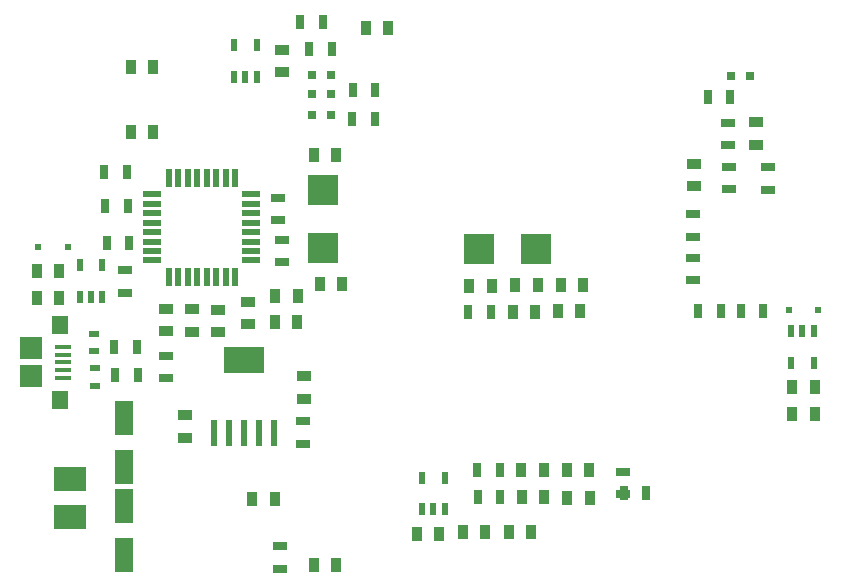
<source format=gtp>
G04*
G04 #@! TF.GenerationSoftware,Altium Limited,Altium Designer,20.2.4 (192)*
G04*
G04 Layer_Color=8421504*
%FSLAX44Y44*%
%MOMM*%
G71*
G04*
G04 #@! TF.SameCoordinates,CA4B6327-8C8C-4F40-9CFE-90DE2028BA09*
G04*
G04*
G04 #@! TF.FilePolarity,Positive*
G04*
G01*
G75*
%ADD15R,3.5000X2.2000*%
%ADD16R,0.6000X2.2000*%
%ADD17R,2.6000X2.5000*%
%ADD18R,2.5000X2.6000*%
%ADD19R,1.6000X3.0000*%
%ADD20R,0.5500X1.0000*%
%ADD21R,2.7000X2.0000*%
%ADD22R,0.8000X0.8000*%
%ADD23R,1.9000X1.9000*%
%ADD24R,1.4000X1.6000*%
%ADD25R,1.3500X0.4000*%
%ADD26R,0.5500X1.5000*%
%ADD27R,1.5000X0.5500*%
%ADD28R,0.5842X0.5588*%
%ADD29R,0.7000X1.3000*%
%ADD30R,1.3000X0.7000*%
%ADD31R,0.9000X0.6000*%
%ADD32R,0.9000X1.3000*%
%ADD33R,1.3000X0.9000*%
D15*
X188500Y189750D02*
D03*
D16*
X163100Y127750D02*
D03*
X175800D02*
D03*
X188500D02*
D03*
X201200D02*
D03*
X213900D02*
D03*
D17*
X255270Y333988D02*
D03*
Y284988D02*
D03*
D18*
X436234Y283718D02*
D03*
X387234D02*
D03*
D19*
X87250Y99750D02*
D03*
Y140750D02*
D03*
X86750Y66000D02*
D03*
Y25000D02*
D03*
D20*
X180250Y429250D02*
D03*
X189750D02*
D03*
X199250D02*
D03*
X180250Y456250D02*
D03*
X199250D02*
D03*
X339496Y63462D02*
D03*
X348996D02*
D03*
X358496D02*
D03*
X339496Y90462D02*
D03*
X358496D02*
D03*
X49750Y243250D02*
D03*
X59250D02*
D03*
X68750D02*
D03*
X49750Y270250D02*
D03*
X68750D02*
D03*
X671000Y214750D02*
D03*
X661500D02*
D03*
X652000D02*
D03*
X671000Y187750D02*
D03*
X652000D02*
D03*
D21*
X41148Y57406D02*
D03*
Y89406D02*
D03*
D22*
X246000Y431500D02*
D03*
X262000D02*
D03*
X246500Y415000D02*
D03*
X262500D02*
D03*
X246000Y397750D02*
D03*
X262000D02*
D03*
X617250Y430750D02*
D03*
X601250D02*
D03*
D23*
X8550Y176000D02*
D03*
Y200000D02*
D03*
D24*
X33050Y156000D02*
D03*
Y220000D02*
D03*
D25*
X35300Y175000D02*
D03*
Y181500D02*
D03*
Y188000D02*
D03*
Y194500D02*
D03*
Y201000D02*
D03*
D26*
X133000Y344250D02*
D03*
X149000Y260250D02*
D03*
X125000Y344250D02*
D03*
X149000D02*
D03*
X133000Y260250D02*
D03*
X141000Y344250D02*
D03*
X157000Y260250D02*
D03*
X141000D02*
D03*
X125000D02*
D03*
X173000Y344250D02*
D03*
X165000D02*
D03*
X157000D02*
D03*
X181000D02*
D03*
X165000Y260250D02*
D03*
X181000D02*
D03*
X173000D02*
D03*
D27*
X111000Y322250D02*
D03*
Y330250D02*
D03*
Y282250D02*
D03*
Y298250D02*
D03*
Y274250D02*
D03*
Y306250D02*
D03*
Y314250D02*
D03*
Y290250D02*
D03*
X195000Y322250D02*
D03*
Y306250D02*
D03*
Y330250D02*
D03*
Y290250D02*
D03*
Y298250D02*
D03*
Y282250D02*
D03*
Y314250D02*
D03*
Y274250D02*
D03*
D28*
X14478Y285242D02*
D03*
X39370D02*
D03*
X650058Y232250D02*
D03*
X674950D02*
D03*
D29*
X243750Y453500D02*
D03*
X262750D02*
D03*
X405486Y73914D02*
D03*
X386486D02*
D03*
X299750Y418250D02*
D03*
X280750D02*
D03*
X299500Y394250D02*
D03*
X280500D02*
D03*
X529000Y77250D02*
D03*
X510000D02*
D03*
X236372Y476504D02*
D03*
X255372D02*
D03*
X70510Y348996D02*
D03*
X89510D02*
D03*
X97892Y200914D02*
D03*
X78892D02*
D03*
X98500Y177250D02*
D03*
X79500D02*
D03*
X581250Y412250D02*
D03*
X600250D02*
D03*
X386334Y97028D02*
D03*
X405334D02*
D03*
X628500Y231500D02*
D03*
X609500D02*
D03*
X378654Y230746D02*
D03*
X397654D02*
D03*
X71250Y320500D02*
D03*
X90250D02*
D03*
X573250Y231500D02*
D03*
X592250D02*
D03*
X91390Y288798D02*
D03*
X72390D02*
D03*
D30*
X239000Y119250D02*
D03*
Y138250D02*
D03*
X218948Y13106D02*
D03*
Y32106D02*
D03*
X509577Y76260D02*
D03*
Y95260D02*
D03*
X217424Y308508D02*
D03*
Y327508D02*
D03*
X87884Y265786D02*
D03*
Y246786D02*
D03*
X122428Y193650D02*
D03*
Y174650D02*
D03*
X598250Y371750D02*
D03*
Y390750D02*
D03*
X221234Y272948D02*
D03*
Y291948D02*
D03*
X599250Y353500D02*
D03*
Y334500D02*
D03*
X631952Y334162D02*
D03*
Y353162D02*
D03*
X568750Y313500D02*
D03*
Y294500D02*
D03*
X568500Y276500D02*
D03*
Y257500D02*
D03*
D31*
X62500Y168000D02*
D03*
Y183000D02*
D03*
X61750Y212250D02*
D03*
Y197250D02*
D03*
D32*
X214732Y72136D02*
D03*
X195732D02*
D03*
X247802Y16764D02*
D03*
X266802D02*
D03*
X234290Y244094D02*
D03*
X215290D02*
D03*
X92862Y382778D02*
D03*
X111862D02*
D03*
X271882Y254508D02*
D03*
X252882D02*
D03*
X266802Y363728D02*
D03*
X247802D02*
D03*
X92862Y438404D02*
D03*
X111862D02*
D03*
X291744Y470916D02*
D03*
X310744D02*
D03*
X437490Y253492D02*
D03*
X418490D02*
D03*
X473558Y231394D02*
D03*
X454558D02*
D03*
X412862Y44654D02*
D03*
X431862D02*
D03*
X335178Y42672D02*
D03*
X354178D02*
D03*
X374112Y44654D02*
D03*
X393112D02*
D03*
X442750Y74000D02*
D03*
X423750D02*
D03*
X442500Y96500D02*
D03*
X423500D02*
D03*
X480924Y96477D02*
D03*
X461924D02*
D03*
X379374Y252476D02*
D03*
X398374D02*
D03*
X416204Y230886D02*
D03*
X435204D02*
D03*
X32000Y265500D02*
D03*
X13000D02*
D03*
X671750Y167250D02*
D03*
X652750D02*
D03*
X32000Y242250D02*
D03*
X13000D02*
D03*
X672000Y144000D02*
D03*
X653000D02*
D03*
X233782Y221742D02*
D03*
X214782D02*
D03*
X456844Y253238D02*
D03*
X475844D02*
D03*
X462250Y73000D02*
D03*
X481250D02*
D03*
D33*
X221250Y452500D02*
D03*
Y433500D02*
D03*
X239500Y157000D02*
D03*
Y176000D02*
D03*
X138500Y124000D02*
D03*
Y143000D02*
D03*
X192000Y239328D02*
D03*
Y220327D02*
D03*
X166630Y232470D02*
D03*
Y213470D02*
D03*
X144492Y232892D02*
D03*
Y213892D02*
D03*
X122492Y233142D02*
D03*
Y214142D02*
D03*
X622500Y372250D02*
D03*
Y391250D02*
D03*
X569250Y356000D02*
D03*
Y337000D02*
D03*
M02*

</source>
